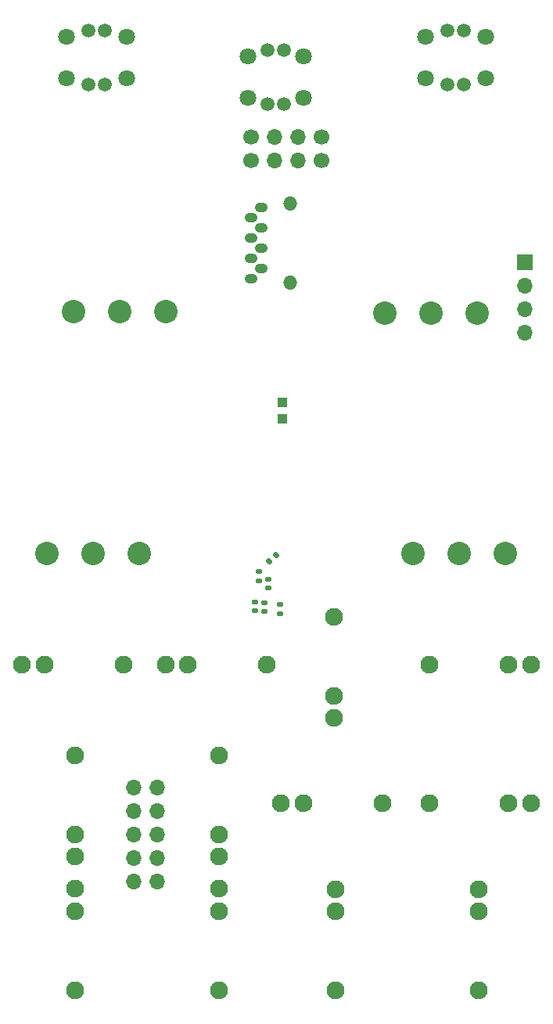
<source format=gbr>
G04 #@! TF.GenerationSoftware,KiCad,Pcbnew,7.0.6-0*
G04 #@! TF.CreationDate,2024-04-11T12:12:25-07:00*
G04 #@! TF.ProjectId,Sampler-built,53616d70-6c65-4722-9d62-75696c742e6b,rev?*
G04 #@! TF.SameCoordinates,PXb71b00PY73f50f0*
G04 #@! TF.FileFunction,Soldermask,Bot*
G04 #@! TF.FilePolarity,Negative*
%FSLAX46Y46*%
G04 Gerber Fmt 4.6, Leading zero omitted, Abs format (unit mm)*
G04 Created by KiCad (PCBNEW 7.0.6-0) date 2024-04-11 12:12:25*
%MOMM*%
%LPD*%
G01*
G04 APERTURE LIST*
G04 Aperture macros list*
%AMRoundRect*
0 Rectangle with rounded corners*
0 $1 Rounding radius*
0 $2 $3 $4 $5 $6 $7 $8 $9 X,Y pos of 4 corners*
0 Add a 4 corners polygon primitive as box body*
4,1,4,$2,$3,$4,$5,$6,$7,$8,$9,$2,$3,0*
0 Add four circle primitives for the rounded corners*
1,1,$1+$1,$2,$3*
1,1,$1+$1,$4,$5*
1,1,$1+$1,$6,$7*
1,1,$1+$1,$8,$9*
0 Add four rect primitives between the rounded corners*
20,1,$1+$1,$2,$3,$4,$5,0*
20,1,$1+$1,$4,$5,$6,$7,0*
20,1,$1+$1,$6,$7,$8,$9,0*
20,1,$1+$1,$8,$9,$2,$3,0*%
G04 Aperture macros list end*
%ADD10C,1.700000*%
%ADD11O,1.700000X1.700000*%
%ADD12R,1.700000X1.700000*%
%ADD13C,1.930400*%
%ADD14RoundRect,0.147500X-0.172500X0.147500X-0.172500X-0.147500X0.172500X-0.147500X0.172500X0.147500X0*%
%ADD15C,1.800000*%
%ADD16C,1.500000*%
%ADD17O,1.397000X1.092200*%
%ADD18O,1.524000X1.524000*%
%ADD19R,1.000000X1.000000*%
%ADD20C,2.540000*%
%ADD21RoundRect,0.147500X0.172500X-0.147500X0.172500X0.147500X-0.172500X0.147500X-0.172500X-0.147500X0*%
%ADD22RoundRect,0.147500X0.017678X-0.226274X0.226274X-0.017678X-0.017678X0.226274X-0.226274X0.017678X0*%
G04 APERTURE END LIST*
D10*
G04 #@! TO.C,J4*
X151296648Y87529922D03*
X151296648Y90069922D03*
D11*
X153836648Y87529922D03*
X153836648Y90069922D03*
X156376648Y87529922D03*
X156376648Y90069922D03*
D10*
X158916648Y87529922D03*
X158916648Y90069922D03*
G04 #@! TD*
D12*
G04 #@! TO.C,J3*
X180876648Y76529922D03*
D11*
X180876648Y73989922D03*
X180876648Y71449922D03*
X180876648Y68909922D03*
G04 #@! TD*
G04 #@! TO.C,J10*
X141126648Y9559922D03*
X138586648Y9559922D03*
X141126648Y12099922D03*
X138586648Y12099922D03*
X141126648Y14639922D03*
X138586648Y14639922D03*
X141126648Y17179922D03*
X138586648Y17179922D03*
X141126648Y19719922D03*
X138586648Y19719922D03*
G04 #@! TD*
D13*
G04 #@! TO.C,J12*
X132258648Y23206922D03*
X132258648Y12234122D03*
X132258648Y14647122D03*
G04 #@! TD*
G04 #@! TO.C,J17*
X160450848Y-2252638D03*
X160450848Y8720162D03*
X160450848Y6307162D03*
G04 #@! TD*
G04 #@! TO.C,J16*
X175950848Y-2252638D03*
X175950848Y8720162D03*
X175950848Y6307162D03*
G04 #@! TD*
D14*
G04 #@! TO.C,C30*
X154416648Y39504922D03*
X154416648Y38534922D03*
G04 #@! TD*
D15*
G04 #@! TO.C,Bank_But1*
X176658648Y100899922D03*
X170158648Y100899922D03*
X176658648Y96399922D03*
X170158648Y96399922D03*
D16*
X174308648Y101549922D03*
X172508648Y101549922D03*
X172508648Y95749922D03*
X174308648Y95749922D03*
G04 #@! TD*
D17*
G04 #@! TO.C,SD1*
X152356648Y82449673D03*
X151256828Y81349853D03*
X152356648Y80249779D03*
X151256828Y79149959D03*
X152356648Y78049885D03*
X151256828Y76950065D03*
X152356648Y75849991D03*
X151256828Y74750171D03*
D18*
X155526568Y82892522D03*
X155526568Y74307322D03*
G04 #@! TD*
D19*
G04 #@! TO.C,C4*
X154630148Y59626600D03*
X154630148Y61326600D03*
G04 #@! TD*
D20*
G04 #@! TO.C,POT_LENGTH1*
X139158648Y45045922D03*
X134158648Y45045922D03*
X129158648Y45045922D03*
G04 #@! TD*
D13*
G04 #@! TO.C,J2*
X160286648Y38206922D03*
X160286648Y27234122D03*
X160286648Y29647122D03*
G04 #@! TD*
D20*
G04 #@! TO.C,POT_PITCH1*
X175786648Y71045922D03*
X170786648Y71045922D03*
X165786648Y71045922D03*
G04 #@! TD*
D13*
G04 #@! TO.C,J7*
X137465648Y32999922D03*
X126492848Y32999922D03*
X128905848Y32999922D03*
G04 #@! TD*
D14*
G04 #@! TO.C,C32*
X152704076Y39719376D03*
X152704076Y38749376D03*
G04 #@! TD*
D13*
G04 #@! TO.C,J6*
X152993648Y32999922D03*
X142020848Y32999922D03*
X144433848Y32999922D03*
G04 #@! TD*
G04 #@! TO.C,J15*
X147786648Y-2207078D03*
X147786648Y8765722D03*
X147786648Y6352722D03*
G04 #@! TD*
D15*
G04 #@! TO.C,REV_BUT1*
X137786648Y100899922D03*
X131286648Y100899922D03*
X137786648Y96399922D03*
X131286648Y96399922D03*
D16*
X135436648Y101549922D03*
X133636648Y101549922D03*
X133636648Y95749922D03*
X135436648Y95749922D03*
G04 #@! TD*
D14*
G04 #@! TO.C,C28*
X153139940Y42275632D03*
X153139940Y41305632D03*
G04 #@! TD*
D21*
G04 #@! TO.C,C33*
X152123940Y42070680D03*
X152123940Y43040680D03*
G04 #@! TD*
D13*
G04 #@! TO.C,J9*
X147786648Y23206922D03*
X147786648Y12234122D03*
X147786648Y14647122D03*
G04 #@! TD*
G04 #@! TO.C,J8*
X170579648Y32999922D03*
X181552448Y32999922D03*
X179139448Y32999922D03*
G04 #@! TD*
G04 #@! TO.C,J11*
X132258648Y-2207078D03*
X132258648Y8765722D03*
X132258648Y6352722D03*
G04 #@! TD*
G04 #@! TO.C,J13*
X170579648Y17999922D03*
X181552448Y17999922D03*
X179139448Y17999922D03*
G04 #@! TD*
D20*
G04 #@! TO.C,POT_START1*
X178786648Y45045922D03*
X173786648Y45045922D03*
X168786648Y45045922D03*
G04 #@! TD*
D13*
G04 #@! TO.C,J14*
X165493648Y17999922D03*
X154520848Y17999922D03*
X156933848Y17999922D03*
G04 #@! TD*
D15*
G04 #@! TO.C,PLAY_BUT1*
X156972648Y98799922D03*
X150980648Y98799922D03*
X156972648Y94299922D03*
X150980648Y94299922D03*
D16*
X154876648Y99449922D03*
X153076648Y99449922D03*
X153076648Y93649922D03*
X154876648Y93649922D03*
G04 #@! TD*
D22*
G04 #@! TO.C,C27*
X153267201Y44203653D03*
X153953095Y44889547D03*
G04 #@! TD*
D21*
G04 #@! TO.C,C31*
X151744972Y38806272D03*
X151744972Y39776272D03*
G04 #@! TD*
D20*
G04 #@! TO.C,POT_SAMP1*
X142090000Y71226000D03*
X137090000Y71226000D03*
X132090000Y71226000D03*
G04 #@! TD*
M02*

</source>
